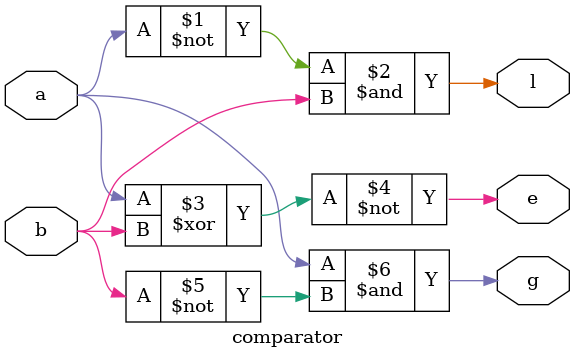
<source format=v>
module comparator(input a,b, output l,e,g);
         assign l = ~a & b;
	 assign e = ~(a^b);
         assign g = a & ~b;
endmodule

</source>
